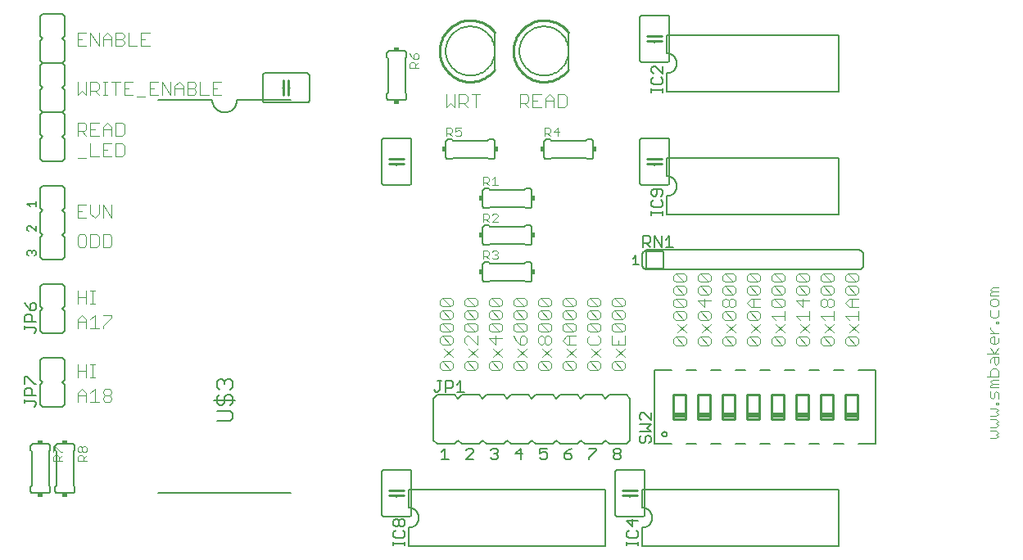
<source format=gto>
G75*
%MOIN*%
%OFA0B0*%
%FSLAX24Y24*%
%IPPOS*%
%LPD*%
%AMOC8*
5,1,8,0,0,1.08239X$1,22.5*
%
%ADD10C,0.0040*%
%ADD11C,0.0060*%
%ADD12C,0.0100*%
%ADD13C,0.0080*%
%ADD14C,0.0050*%
%ADD15R,0.0150X0.0200*%
%ADD16R,0.0200X0.0150*%
D10*
X002710Y009702D02*
X002710Y009877D01*
X002768Y009935D01*
X002885Y009935D01*
X002943Y009877D01*
X002943Y009702D01*
X002943Y009819D02*
X003060Y009935D01*
X003060Y010061D02*
X003002Y010061D01*
X002768Y010294D01*
X002710Y010294D01*
X002710Y010061D01*
X002710Y009702D02*
X003060Y009702D01*
X003710Y009702D02*
X003710Y009877D01*
X003768Y009935D01*
X003885Y009935D01*
X003943Y009877D01*
X003943Y009702D01*
X003943Y009819D02*
X004060Y009935D01*
X004002Y010061D02*
X003943Y010061D01*
X003885Y010119D01*
X003885Y010236D01*
X003943Y010294D01*
X004002Y010294D01*
X004060Y010236D01*
X004060Y010119D01*
X004002Y010061D01*
X003885Y010119D02*
X003826Y010061D01*
X003768Y010061D01*
X003710Y010119D01*
X003710Y010236D01*
X003768Y010294D01*
X003826Y010294D01*
X003885Y010236D01*
X004060Y009702D02*
X003710Y009702D01*
X003700Y012120D02*
X003700Y012467D01*
X003873Y012640D01*
X004047Y012467D01*
X004047Y012120D01*
X004216Y012120D02*
X004563Y012120D01*
X004389Y012120D02*
X004389Y012640D01*
X004216Y012467D01*
X004047Y012380D02*
X003700Y012380D01*
X003700Y013120D02*
X003700Y013640D01*
X003700Y013380D02*
X004047Y013380D01*
X004047Y013640D02*
X004047Y013120D01*
X004216Y013120D02*
X004389Y013120D01*
X004302Y013120D02*
X004302Y013640D01*
X004216Y013640D02*
X004389Y013640D01*
X004818Y012640D02*
X004992Y012640D01*
X005078Y012554D01*
X005078Y012467D01*
X004992Y012380D01*
X004818Y012380D01*
X004731Y012467D01*
X004731Y012554D01*
X004818Y012640D01*
X004818Y012380D02*
X004731Y012293D01*
X004731Y012207D01*
X004818Y012120D01*
X004992Y012120D01*
X005078Y012207D01*
X005078Y012293D01*
X004992Y012380D01*
X004731Y015120D02*
X004731Y015207D01*
X005078Y015554D01*
X005078Y015640D01*
X004731Y015640D01*
X004389Y015640D02*
X004389Y015120D01*
X004216Y015120D02*
X004563Y015120D01*
X004216Y015467D02*
X004389Y015640D01*
X004047Y015467D02*
X004047Y015120D01*
X004047Y015380D02*
X003700Y015380D01*
X003700Y015467D02*
X003700Y015120D01*
X003700Y015467D02*
X003873Y015640D01*
X004047Y015467D01*
X004047Y016120D02*
X004047Y016640D01*
X004216Y016640D02*
X004389Y016640D01*
X004302Y016640D02*
X004302Y016120D01*
X004216Y016120D02*
X004389Y016120D01*
X004047Y016380D02*
X003700Y016380D01*
X003700Y016120D02*
X003700Y016640D01*
X003787Y018420D02*
X003960Y018420D01*
X004047Y018507D01*
X004047Y018854D01*
X003960Y018940D01*
X003787Y018940D01*
X003700Y018854D01*
X003700Y018507D01*
X003787Y018420D01*
X004216Y018420D02*
X004476Y018420D01*
X004563Y018507D01*
X004563Y018854D01*
X004476Y018940D01*
X004216Y018940D01*
X004216Y018420D01*
X004731Y018420D02*
X004731Y018940D01*
X004992Y018940D01*
X005078Y018854D01*
X005078Y018507D01*
X004992Y018420D01*
X004731Y018420D01*
X004731Y019620D02*
X004731Y020140D01*
X005078Y019620D01*
X005078Y020140D01*
X004563Y020140D02*
X004563Y019793D01*
X004389Y019620D01*
X004216Y019793D01*
X004216Y020140D01*
X004047Y020140D02*
X003700Y020140D01*
X003700Y019620D01*
X004047Y019620D01*
X003873Y019880D02*
X003700Y019880D01*
X003700Y022033D02*
X004047Y022033D01*
X004216Y022120D02*
X004563Y022120D01*
X004731Y022120D02*
X005078Y022120D01*
X005247Y022120D02*
X005507Y022120D01*
X005594Y022207D01*
X005594Y022554D01*
X005507Y022640D01*
X005247Y022640D01*
X005247Y022120D01*
X004905Y022380D02*
X004731Y022380D01*
X004731Y022640D02*
X004731Y022120D01*
X004216Y022120D02*
X004216Y022640D01*
X004216Y022960D02*
X004563Y022960D01*
X004731Y022960D02*
X004731Y023307D01*
X004905Y023480D01*
X005078Y023307D01*
X005078Y022960D01*
X005247Y022960D02*
X005247Y023480D01*
X005507Y023480D01*
X005594Y023394D01*
X005594Y023047D01*
X005507Y022960D01*
X005247Y022960D01*
X005078Y023220D02*
X004731Y023220D01*
X004563Y023480D02*
X004216Y023480D01*
X004216Y022960D01*
X004047Y022960D02*
X003873Y023133D01*
X003960Y023133D02*
X003700Y023133D01*
X003700Y022960D02*
X003700Y023480D01*
X003960Y023480D01*
X004047Y023394D01*
X004047Y023220D01*
X003960Y023133D01*
X004216Y023220D02*
X004389Y023220D01*
X004731Y022640D02*
X005078Y022640D01*
X005249Y024620D02*
X005249Y025140D01*
X005422Y025140D02*
X005075Y025140D01*
X004905Y025140D02*
X004731Y025140D01*
X004818Y025140D02*
X004818Y024620D01*
X004731Y024620D02*
X004905Y024620D01*
X004563Y024620D02*
X004389Y024793D01*
X004476Y024793D02*
X004216Y024793D01*
X004216Y024620D02*
X004216Y025140D01*
X004476Y025140D01*
X004563Y025054D01*
X004563Y024880D01*
X004476Y024793D01*
X004047Y024620D02*
X004047Y025140D01*
X003700Y025140D02*
X003700Y024620D01*
X003873Y024793D01*
X004047Y024620D01*
X005591Y024620D02*
X005938Y024620D01*
X006106Y024533D02*
X006453Y024533D01*
X006622Y024620D02*
X006969Y024620D01*
X007138Y024620D02*
X007138Y025140D01*
X007485Y024620D01*
X007485Y025140D01*
X007653Y024967D02*
X007827Y025140D01*
X008000Y024967D01*
X008000Y024620D01*
X008169Y024620D02*
X008169Y025140D01*
X008429Y025140D01*
X008516Y025054D01*
X008516Y024967D01*
X008429Y024880D01*
X008169Y024880D01*
X008000Y024880D02*
X007653Y024880D01*
X007653Y024967D02*
X007653Y024620D01*
X006969Y025140D02*
X006622Y025140D01*
X006622Y024620D01*
X006622Y024880D02*
X006795Y024880D01*
X005938Y025140D02*
X005591Y025140D01*
X005591Y024620D01*
X005591Y024880D02*
X005764Y024880D01*
X005763Y026620D02*
X006110Y026620D01*
X006278Y026620D02*
X006625Y026620D01*
X006452Y026880D02*
X006278Y026880D01*
X006278Y027140D02*
X006278Y026620D01*
X005763Y026620D02*
X005763Y027140D01*
X005594Y027054D02*
X005594Y026967D01*
X005507Y026880D01*
X005247Y026880D01*
X005078Y026880D02*
X004731Y026880D01*
X004731Y026967D02*
X004905Y027140D01*
X005078Y026967D01*
X005078Y026620D01*
X005247Y026620D02*
X005247Y027140D01*
X005507Y027140D01*
X005594Y027054D01*
X005507Y026880D02*
X005594Y026793D01*
X005594Y026707D01*
X005507Y026620D01*
X005247Y026620D01*
X004731Y026620D02*
X004731Y026967D01*
X004563Y027140D02*
X004563Y026620D01*
X004216Y027140D01*
X004216Y026620D01*
X004047Y026620D02*
X003700Y026620D01*
X003700Y027140D01*
X004047Y027140D01*
X003873Y026880D02*
X003700Y026880D01*
X006278Y027140D02*
X006625Y027140D01*
X008685Y025140D02*
X008685Y024620D01*
X009031Y024620D01*
X009200Y024620D02*
X009547Y024620D01*
X009374Y024880D02*
X009200Y024880D01*
X009200Y025140D02*
X009200Y024620D01*
X009200Y025140D02*
X009547Y025140D01*
X008516Y024793D02*
X008516Y024707D01*
X008429Y024620D01*
X008169Y024620D01*
X008429Y024880D02*
X008516Y024793D01*
X017210Y025702D02*
X017210Y025877D01*
X017268Y025935D01*
X017385Y025935D01*
X017443Y025877D01*
X017443Y025702D01*
X017443Y025819D02*
X017560Y025935D01*
X017502Y026061D02*
X017560Y026119D01*
X017560Y026236D01*
X017502Y026294D01*
X017443Y026294D01*
X017385Y026236D01*
X017385Y026061D01*
X017502Y026061D01*
X017385Y026061D02*
X017268Y026178D01*
X017210Y026294D01*
X017210Y025702D02*
X017560Y025702D01*
X018700Y024640D02*
X018700Y024120D01*
X018873Y024293D01*
X019047Y024120D01*
X019047Y024640D01*
X019216Y024640D02*
X019476Y024640D01*
X019563Y024554D01*
X019563Y024380D01*
X019476Y024293D01*
X019216Y024293D01*
X019216Y024120D02*
X019216Y024640D01*
X019389Y024293D02*
X019563Y024120D01*
X019905Y024120D02*
X019905Y024640D01*
X020078Y024640D02*
X019731Y024640D01*
X019293Y023280D02*
X019059Y023280D01*
X019059Y023105D01*
X019176Y023164D01*
X019234Y023164D01*
X019293Y023105D01*
X019293Y022988D01*
X019234Y022930D01*
X019117Y022930D01*
X019059Y022988D01*
X018934Y022930D02*
X018817Y023047D01*
X018875Y023047D02*
X018700Y023047D01*
X018700Y022930D02*
X018700Y023280D01*
X018875Y023280D01*
X018934Y023222D01*
X018934Y023105D01*
X018875Y023047D01*
X020200Y021280D02*
X020375Y021280D01*
X020434Y021222D01*
X020434Y021105D01*
X020375Y021047D01*
X020200Y021047D01*
X020317Y021047D02*
X020434Y020930D01*
X020559Y020930D02*
X020793Y020930D01*
X020676Y020930D02*
X020676Y021280D01*
X020559Y021164D01*
X020200Y021280D02*
X020200Y020930D01*
X020200Y019780D02*
X020375Y019780D01*
X020434Y019722D01*
X020434Y019605D01*
X020375Y019547D01*
X020200Y019547D01*
X020317Y019547D02*
X020434Y019430D01*
X020559Y019430D02*
X020793Y019664D01*
X020793Y019722D01*
X020734Y019780D01*
X020617Y019780D01*
X020559Y019722D01*
X020559Y019430D02*
X020793Y019430D01*
X020200Y019430D02*
X020200Y019780D01*
X020200Y018280D02*
X020375Y018280D01*
X020434Y018222D01*
X020434Y018105D01*
X020375Y018047D01*
X020200Y018047D01*
X020317Y018047D02*
X020434Y017930D01*
X020559Y017988D02*
X020617Y017930D01*
X020734Y017930D01*
X020793Y017988D01*
X020793Y018047D01*
X020734Y018105D01*
X020676Y018105D01*
X020734Y018105D02*
X020793Y018164D01*
X020793Y018222D01*
X020734Y018280D01*
X020617Y018280D01*
X020559Y018222D01*
X020200Y018280D02*
X020200Y017930D01*
X020526Y016345D02*
X020873Y015998D01*
X020960Y016085D01*
X020960Y016258D01*
X020873Y016345D01*
X020526Y016345D01*
X020440Y016258D01*
X020440Y016085D01*
X020526Y015998D01*
X020873Y015998D01*
X020873Y015830D02*
X020960Y015743D01*
X020960Y015569D01*
X020873Y015483D01*
X020526Y015830D01*
X020873Y015830D01*
X020526Y015830D02*
X020440Y015743D01*
X020440Y015569D01*
X020526Y015483D01*
X020873Y015483D01*
X020873Y015314D02*
X020526Y015314D01*
X020873Y014967D01*
X020960Y015054D01*
X020960Y015227D01*
X020873Y015314D01*
X020526Y015314D02*
X020440Y015227D01*
X020440Y015054D01*
X020526Y014967D01*
X020873Y014967D01*
X020700Y014798D02*
X020700Y014451D01*
X020440Y014712D01*
X020960Y014712D01*
X020960Y014283D02*
X020613Y013936D01*
X020526Y013767D02*
X020873Y013767D01*
X020960Y013680D01*
X020960Y013507D01*
X020873Y013420D01*
X020526Y013767D01*
X020440Y013680D01*
X020440Y013507D01*
X020526Y013420D01*
X020873Y013420D01*
X020960Y013936D02*
X020613Y014283D01*
X019960Y014283D02*
X019613Y013936D01*
X019526Y013767D02*
X019873Y013420D01*
X019960Y013507D01*
X019960Y013680D01*
X019873Y013767D01*
X019526Y013767D01*
X019440Y013680D01*
X019440Y013507D01*
X019526Y013420D01*
X019873Y013420D01*
X019960Y013936D02*
X019613Y014283D01*
X019526Y014451D02*
X019440Y014538D01*
X019440Y014712D01*
X019526Y014798D01*
X019613Y014798D01*
X019960Y014451D01*
X019960Y014798D01*
X019873Y014967D02*
X019526Y015314D01*
X019873Y015314D01*
X019960Y015227D01*
X019960Y015054D01*
X019873Y014967D01*
X019526Y014967D01*
X019440Y015054D01*
X019440Y015227D01*
X019526Y015314D01*
X019526Y015483D02*
X019440Y015569D01*
X019440Y015743D01*
X019526Y015830D01*
X019873Y015483D01*
X019960Y015569D01*
X019960Y015743D01*
X019873Y015830D01*
X019526Y015830D01*
X019526Y015998D02*
X019440Y016085D01*
X019440Y016258D01*
X019526Y016345D01*
X019873Y015998D01*
X019960Y016085D01*
X019960Y016258D01*
X019873Y016345D01*
X019526Y016345D01*
X019526Y015998D02*
X019873Y015998D01*
X019873Y015483D02*
X019526Y015483D01*
X018960Y015569D02*
X018873Y015483D01*
X018526Y015830D01*
X018873Y015830D01*
X018960Y015743D01*
X018960Y015569D01*
X018873Y015483D02*
X018526Y015483D01*
X018440Y015569D01*
X018440Y015743D01*
X018526Y015830D01*
X018526Y015998D02*
X018440Y016085D01*
X018440Y016258D01*
X018526Y016345D01*
X018873Y015998D01*
X018960Y016085D01*
X018960Y016258D01*
X018873Y016345D01*
X018526Y016345D01*
X018526Y015998D02*
X018873Y015998D01*
X018873Y015314D02*
X018526Y015314D01*
X018873Y014967D01*
X018960Y015054D01*
X018960Y015227D01*
X018873Y015314D01*
X018526Y015314D02*
X018440Y015227D01*
X018440Y015054D01*
X018526Y014967D01*
X018873Y014967D01*
X018873Y014798D02*
X018960Y014712D01*
X018960Y014538D01*
X018873Y014451D01*
X018526Y014798D01*
X018873Y014798D01*
X018526Y014798D02*
X018440Y014712D01*
X018440Y014538D01*
X018526Y014451D01*
X018873Y014451D01*
X018960Y014283D02*
X018613Y013936D01*
X018526Y013767D02*
X018873Y013420D01*
X018960Y013507D01*
X018960Y013680D01*
X018873Y013767D01*
X018526Y013767D01*
X018440Y013680D01*
X018440Y013507D01*
X018526Y013420D01*
X018873Y013420D01*
X018960Y013936D02*
X018613Y014283D01*
X021440Y014798D02*
X021526Y014625D01*
X021700Y014451D01*
X021700Y014712D01*
X021787Y014798D01*
X021873Y014798D01*
X021960Y014712D01*
X021960Y014538D01*
X021873Y014451D01*
X021700Y014451D01*
X021613Y014283D02*
X021960Y013936D01*
X021873Y013767D02*
X021960Y013680D01*
X021960Y013507D01*
X021873Y013420D01*
X021526Y013767D01*
X021873Y013767D01*
X021613Y013936D02*
X021960Y014283D01*
X022440Y014538D02*
X022440Y014712D01*
X022526Y014798D01*
X022613Y014798D01*
X022700Y014712D01*
X022700Y014538D01*
X022613Y014451D01*
X022526Y014451D01*
X022440Y014538D01*
X022700Y014538D02*
X022787Y014451D01*
X022873Y014451D01*
X022960Y014538D01*
X022960Y014712D01*
X022873Y014798D01*
X022787Y014798D01*
X022700Y014712D01*
X022873Y014967D02*
X022526Y014967D01*
X022440Y015054D01*
X022440Y015227D01*
X022526Y015314D01*
X022873Y014967D01*
X022960Y015054D01*
X022960Y015227D01*
X022873Y015314D01*
X022526Y015314D01*
X022526Y015483D02*
X022440Y015569D01*
X022440Y015743D01*
X022526Y015830D01*
X022873Y015483D01*
X022960Y015569D01*
X022960Y015743D01*
X022873Y015830D01*
X022526Y015830D01*
X022526Y015998D02*
X022440Y016085D01*
X022440Y016258D01*
X022526Y016345D01*
X022873Y015998D01*
X022960Y016085D01*
X022960Y016258D01*
X022873Y016345D01*
X022526Y016345D01*
X022526Y015998D02*
X022873Y015998D01*
X022873Y015483D02*
X022526Y015483D01*
X021960Y015569D02*
X021873Y015483D01*
X021526Y015830D01*
X021873Y015830D01*
X021960Y015743D01*
X021960Y015569D01*
X021873Y015483D02*
X021526Y015483D01*
X021440Y015569D01*
X021440Y015743D01*
X021526Y015830D01*
X021526Y015998D02*
X021440Y016085D01*
X021440Y016258D01*
X021526Y016345D01*
X021873Y015998D01*
X021960Y016085D01*
X021960Y016258D01*
X021873Y016345D01*
X021526Y016345D01*
X021526Y015998D02*
X021873Y015998D01*
X021873Y015314D02*
X021526Y015314D01*
X021873Y014967D01*
X021960Y015054D01*
X021960Y015227D01*
X021873Y015314D01*
X021526Y015314D02*
X021440Y015227D01*
X021440Y015054D01*
X021526Y014967D01*
X021873Y014967D01*
X022613Y014283D02*
X022960Y013936D01*
X022873Y013767D02*
X022960Y013680D01*
X022960Y013507D01*
X022873Y013420D01*
X022526Y013767D01*
X022873Y013767D01*
X022613Y013936D02*
X022960Y014283D01*
X023440Y014625D02*
X023613Y014798D01*
X023960Y014798D01*
X023873Y014967D02*
X023526Y015314D01*
X023873Y015314D01*
X023960Y015227D01*
X023960Y015054D01*
X023873Y014967D01*
X023526Y014967D01*
X023440Y015054D01*
X023440Y015227D01*
X023526Y015314D01*
X023526Y015483D02*
X023440Y015569D01*
X023440Y015743D01*
X023526Y015830D01*
X023873Y015483D01*
X023960Y015569D01*
X023960Y015743D01*
X023873Y015830D01*
X023526Y015830D01*
X023526Y015998D02*
X023440Y016085D01*
X023440Y016258D01*
X023526Y016345D01*
X023873Y015998D01*
X023960Y016085D01*
X023960Y016258D01*
X023873Y016345D01*
X023526Y016345D01*
X023526Y015998D02*
X023873Y015998D01*
X023873Y015483D02*
X023526Y015483D01*
X023700Y014798D02*
X023700Y014451D01*
X023613Y014451D02*
X023440Y014625D01*
X023613Y014451D02*
X023960Y014451D01*
X023960Y014283D02*
X023613Y013936D01*
X023526Y013767D02*
X023873Y013767D01*
X023960Y013680D01*
X023960Y013507D01*
X023873Y013420D01*
X023526Y013767D01*
X023440Y013680D01*
X023440Y013507D01*
X023526Y013420D01*
X023873Y013420D01*
X023960Y013936D02*
X023613Y014283D01*
X024440Y014538D02*
X024526Y014451D01*
X024873Y014451D01*
X024960Y014538D01*
X024960Y014712D01*
X024873Y014798D01*
X024873Y014967D02*
X024526Y015314D01*
X024873Y015314D01*
X024960Y015227D01*
X024960Y015054D01*
X024873Y014967D01*
X024526Y014967D01*
X024440Y015054D01*
X024440Y015227D01*
X024526Y015314D01*
X024526Y015483D02*
X024440Y015569D01*
X024440Y015743D01*
X024526Y015830D01*
X024873Y015483D01*
X024960Y015569D01*
X024960Y015743D01*
X024873Y015830D01*
X024526Y015830D01*
X024526Y015998D02*
X024440Y016085D01*
X024440Y016258D01*
X024526Y016345D01*
X024873Y015998D01*
X024960Y016085D01*
X024960Y016258D01*
X024873Y016345D01*
X024526Y016345D01*
X024526Y015998D02*
X024873Y015998D01*
X024873Y015483D02*
X024526Y015483D01*
X024526Y014798D02*
X024440Y014712D01*
X024440Y014538D01*
X024613Y014283D02*
X024960Y013936D01*
X024873Y013767D02*
X024960Y013680D01*
X024960Y013507D01*
X024873Y013420D01*
X024526Y013767D01*
X024873Y013767D01*
X024613Y013936D02*
X024960Y014283D01*
X025440Y014451D02*
X025960Y014451D01*
X025960Y014798D01*
X025873Y014967D02*
X025526Y015314D01*
X025873Y015314D01*
X025960Y015227D01*
X025960Y015054D01*
X025873Y014967D01*
X025526Y014967D01*
X025440Y015054D01*
X025440Y015227D01*
X025526Y015314D01*
X025526Y015483D02*
X025440Y015569D01*
X025440Y015743D01*
X025526Y015830D01*
X025873Y015483D01*
X025960Y015569D01*
X025960Y015743D01*
X025873Y015830D01*
X025526Y015830D01*
X025526Y015998D02*
X025440Y016085D01*
X025440Y016258D01*
X025526Y016345D01*
X025873Y015998D01*
X025960Y016085D01*
X025960Y016258D01*
X025873Y016345D01*
X025526Y016345D01*
X025526Y015998D02*
X025873Y015998D01*
X025873Y015483D02*
X025526Y015483D01*
X025440Y014798D02*
X025440Y014451D01*
X025613Y014283D02*
X025960Y013936D01*
X025873Y013767D02*
X025960Y013680D01*
X025960Y013507D01*
X025873Y013420D01*
X025526Y013767D01*
X025873Y013767D01*
X025613Y013936D02*
X025960Y014283D01*
X025700Y014451D02*
X025700Y014625D01*
X025526Y013767D02*
X025440Y013680D01*
X025440Y013507D01*
X025526Y013420D01*
X025873Y013420D01*
X024873Y013420D02*
X024526Y013420D01*
X024440Y013507D01*
X024440Y013680D01*
X024526Y013767D01*
X022873Y013420D02*
X022526Y013420D01*
X022440Y013507D01*
X022440Y013680D01*
X022526Y013767D01*
X021873Y013420D02*
X021526Y013420D01*
X021440Y013507D01*
X021440Y013680D01*
X021526Y013767D01*
X027940Y014507D02*
X028026Y014420D01*
X028373Y014420D01*
X028026Y014767D01*
X028373Y014767D01*
X028460Y014680D01*
X028460Y014507D01*
X028373Y014420D01*
X027940Y014507D02*
X027940Y014680D01*
X028026Y014767D01*
X028113Y014936D02*
X028460Y015283D01*
X028373Y015451D02*
X028026Y015451D01*
X027940Y015538D01*
X027940Y015712D01*
X028026Y015798D01*
X028373Y015451D01*
X028460Y015538D01*
X028460Y015712D01*
X028373Y015798D01*
X028026Y015798D01*
X028026Y015967D02*
X027940Y016054D01*
X027940Y016227D01*
X028026Y016314D01*
X028373Y015967D01*
X028460Y016054D01*
X028460Y016227D01*
X028373Y016314D01*
X028026Y016314D01*
X028026Y016483D02*
X027940Y016569D01*
X027940Y016743D01*
X028026Y016830D01*
X028373Y016483D01*
X028460Y016569D01*
X028460Y016743D01*
X028373Y016830D01*
X028026Y016830D01*
X028026Y016998D02*
X027940Y017085D01*
X027940Y017258D01*
X028026Y017345D01*
X028373Y016998D01*
X028460Y017085D01*
X028460Y017258D01*
X028373Y017345D01*
X028026Y017345D01*
X028026Y016998D02*
X028373Y016998D01*
X028373Y016483D02*
X028026Y016483D01*
X028026Y015967D02*
X028373Y015967D01*
X028940Y015712D02*
X029026Y015798D01*
X029373Y015451D01*
X029460Y015538D01*
X029460Y015712D01*
X029373Y015798D01*
X029026Y015798D01*
X028940Y015712D02*
X028940Y015538D01*
X029026Y015451D01*
X029373Y015451D01*
X029460Y015283D02*
X029113Y014936D01*
X029026Y014767D02*
X029373Y014420D01*
X029460Y014507D01*
X029460Y014680D01*
X029373Y014767D01*
X029026Y014767D01*
X028940Y014680D01*
X028940Y014507D01*
X029026Y014420D01*
X029373Y014420D01*
X029940Y014507D02*
X029940Y014680D01*
X030026Y014767D01*
X030373Y014420D01*
X030460Y014507D01*
X030460Y014680D01*
X030373Y014767D01*
X030026Y014767D01*
X030113Y014936D02*
X030460Y015283D01*
X030373Y015451D02*
X030026Y015798D01*
X030373Y015798D01*
X030460Y015712D01*
X030460Y015538D01*
X030373Y015451D01*
X030026Y015451D01*
X029940Y015538D01*
X029940Y015712D01*
X030026Y015798D01*
X030026Y015967D02*
X030113Y015967D01*
X030200Y016054D01*
X030200Y016227D01*
X030287Y016314D01*
X030373Y016314D01*
X030460Y016227D01*
X030460Y016054D01*
X030373Y015967D01*
X030287Y015967D01*
X030200Y016054D01*
X030200Y016227D02*
X030113Y016314D01*
X030026Y016314D01*
X029940Y016227D01*
X029940Y016054D01*
X030026Y015967D01*
X030026Y016483D02*
X029940Y016569D01*
X029940Y016743D01*
X030026Y016830D01*
X030373Y016483D01*
X030460Y016569D01*
X030460Y016743D01*
X030373Y016830D01*
X030026Y016830D01*
X030026Y016998D02*
X029940Y017085D01*
X029940Y017258D01*
X030026Y017345D01*
X030373Y016998D01*
X030460Y017085D01*
X030460Y017258D01*
X030373Y017345D01*
X030026Y017345D01*
X030026Y016998D02*
X030373Y016998D01*
X030373Y016483D02*
X030026Y016483D01*
X029460Y016569D02*
X029373Y016483D01*
X029026Y016830D01*
X029373Y016830D01*
X029460Y016743D01*
X029460Y016569D01*
X029373Y016483D02*
X029026Y016483D01*
X028940Y016569D01*
X028940Y016743D01*
X029026Y016830D01*
X029026Y016998D02*
X028940Y017085D01*
X028940Y017258D01*
X029026Y017345D01*
X029373Y016998D01*
X029460Y017085D01*
X029460Y017258D01*
X029373Y017345D01*
X029026Y017345D01*
X029026Y016998D02*
X029373Y016998D01*
X029200Y016314D02*
X029200Y015967D01*
X028940Y016227D01*
X029460Y016227D01*
X029113Y015283D02*
X029460Y014936D01*
X029940Y014507D02*
X030026Y014420D01*
X030373Y014420D01*
X030460Y014936D02*
X030113Y015283D01*
X030940Y015538D02*
X030940Y015712D01*
X031026Y015798D01*
X031373Y015451D01*
X031460Y015538D01*
X031460Y015712D01*
X031373Y015798D01*
X031026Y015798D01*
X031113Y015967D02*
X030940Y016140D01*
X031113Y016314D01*
X031460Y016314D01*
X031373Y016483D02*
X031026Y016483D01*
X030940Y016569D01*
X030940Y016743D01*
X031026Y016830D01*
X031373Y016483D01*
X031460Y016569D01*
X031460Y016743D01*
X031373Y016830D01*
X031026Y016830D01*
X031026Y016998D02*
X030940Y017085D01*
X030940Y017258D01*
X031026Y017345D01*
X031373Y016998D01*
X031460Y017085D01*
X031460Y017258D01*
X031373Y017345D01*
X031026Y017345D01*
X031026Y016998D02*
X031373Y016998D01*
X031940Y017085D02*
X031940Y017258D01*
X032026Y017345D01*
X032373Y016998D01*
X032460Y017085D01*
X032460Y017258D01*
X032373Y017345D01*
X032026Y017345D01*
X031940Y017085D02*
X032026Y016998D01*
X032373Y016998D01*
X032373Y016830D02*
X032460Y016743D01*
X032460Y016569D01*
X032373Y016483D01*
X032026Y016830D01*
X032373Y016830D01*
X032026Y016830D02*
X031940Y016743D01*
X031940Y016569D01*
X032026Y016483D01*
X032373Y016483D01*
X032373Y016314D02*
X032026Y016314D01*
X032373Y015967D01*
X032460Y016054D01*
X032460Y016227D01*
X032373Y016314D01*
X032026Y016314D02*
X031940Y016227D01*
X031940Y016054D01*
X032026Y015967D01*
X032373Y015967D01*
X032460Y015798D02*
X032460Y015451D01*
X032460Y015283D02*
X032113Y014936D01*
X032026Y014767D02*
X032373Y014420D01*
X032460Y014507D01*
X032460Y014680D01*
X032373Y014767D01*
X032026Y014767D01*
X031940Y014680D01*
X031940Y014507D01*
X032026Y014420D01*
X032373Y014420D01*
X032940Y014507D02*
X032940Y014680D01*
X033026Y014767D01*
X033373Y014420D01*
X033460Y014507D01*
X033460Y014680D01*
X033373Y014767D01*
X033026Y014767D01*
X033113Y014936D02*
X033460Y015283D01*
X033460Y015451D02*
X033460Y015798D01*
X033460Y015625D02*
X032940Y015625D01*
X033113Y015451D01*
X033113Y015283D02*
X033460Y014936D01*
X033940Y014680D02*
X034026Y014767D01*
X034373Y014420D01*
X034460Y014507D01*
X034460Y014680D01*
X034373Y014767D01*
X034026Y014767D01*
X033940Y014680D02*
X033940Y014507D01*
X034026Y014420D01*
X034373Y014420D01*
X034940Y014507D02*
X034940Y014680D01*
X035026Y014767D01*
X035373Y014420D01*
X035460Y014507D01*
X035460Y014680D01*
X035373Y014767D01*
X035026Y014767D01*
X035113Y014936D02*
X035460Y015283D01*
X035460Y015451D02*
X035460Y015798D01*
X035460Y015967D02*
X035113Y015967D01*
X034940Y016140D01*
X035113Y016314D01*
X035460Y016314D01*
X035373Y016483D02*
X035026Y016483D01*
X034940Y016569D01*
X034940Y016743D01*
X035026Y016830D01*
X035373Y016483D01*
X035460Y016569D01*
X035460Y016743D01*
X035373Y016830D01*
X035026Y016830D01*
X035026Y016998D02*
X034940Y017085D01*
X034940Y017258D01*
X035026Y017345D01*
X035373Y016998D01*
X035460Y017085D01*
X035460Y017258D01*
X035373Y017345D01*
X035026Y017345D01*
X035026Y016998D02*
X035373Y016998D01*
X035200Y016314D02*
X035200Y015967D01*
X034940Y015625D02*
X035460Y015625D01*
X035113Y015451D02*
X034940Y015625D01*
X035113Y015283D02*
X035460Y014936D01*
X035026Y014420D02*
X034940Y014507D01*
X035026Y014420D02*
X035373Y014420D01*
X034460Y014936D02*
X034113Y015283D01*
X034113Y015451D02*
X033940Y015625D01*
X034460Y015625D01*
X034460Y015798D02*
X034460Y015451D01*
X034460Y015283D02*
X034113Y014936D01*
X033373Y014420D02*
X033026Y014420D01*
X032940Y014507D01*
X032460Y014936D02*
X032113Y015283D01*
X032113Y015451D02*
X031940Y015625D01*
X032460Y015625D01*
X032940Y016227D02*
X033200Y015967D01*
X033200Y016314D01*
X033373Y016483D02*
X033026Y016830D01*
X033373Y016830D01*
X033460Y016743D01*
X033460Y016569D01*
X033373Y016483D01*
X033026Y016483D01*
X032940Y016569D01*
X032940Y016743D01*
X033026Y016830D01*
X033026Y016998D02*
X032940Y017085D01*
X032940Y017258D01*
X033026Y017345D01*
X033373Y016998D01*
X033460Y017085D01*
X033460Y017258D01*
X033373Y017345D01*
X033026Y017345D01*
X033026Y016998D02*
X033373Y016998D01*
X033940Y017085D02*
X033940Y017258D01*
X034026Y017345D01*
X034373Y016998D01*
X034460Y017085D01*
X034460Y017258D01*
X034373Y017345D01*
X034026Y017345D01*
X033940Y017085D02*
X034026Y016998D01*
X034373Y016998D01*
X034373Y016830D02*
X034460Y016743D01*
X034460Y016569D01*
X034373Y016483D01*
X034026Y016830D01*
X034373Y016830D01*
X034026Y016830D02*
X033940Y016743D01*
X033940Y016569D01*
X034026Y016483D01*
X034373Y016483D01*
X034373Y016314D02*
X034287Y016314D01*
X034200Y016227D01*
X034200Y016054D01*
X034113Y015967D01*
X034026Y015967D01*
X033940Y016054D01*
X033940Y016227D01*
X034026Y016314D01*
X034113Y016314D01*
X034200Y016227D01*
X034200Y016054D02*
X034287Y015967D01*
X034373Y015967D01*
X034460Y016054D01*
X034460Y016227D01*
X034373Y016314D01*
X033460Y016227D02*
X032940Y016227D01*
X031460Y015967D02*
X031113Y015967D01*
X031200Y015967D02*
X031200Y016314D01*
X030940Y015538D02*
X031026Y015451D01*
X031373Y015451D01*
X031460Y015283D02*
X031113Y014936D01*
X031026Y014767D02*
X031373Y014420D01*
X031460Y014507D01*
X031460Y014680D01*
X031373Y014767D01*
X031026Y014767D01*
X030940Y014680D01*
X030940Y014507D01*
X031026Y014420D01*
X031373Y014420D01*
X031460Y014936D02*
X031113Y015283D01*
X028460Y014936D02*
X028113Y015283D01*
X023234Y022930D02*
X023234Y023280D01*
X023059Y023105D01*
X023293Y023105D01*
X022934Y023105D02*
X022934Y023222D01*
X022875Y023280D01*
X022700Y023280D01*
X022700Y022930D01*
X022700Y023047D02*
X022875Y023047D01*
X022934Y023105D01*
X022817Y023047D02*
X022934Y022930D01*
X023078Y024120D02*
X023078Y024467D01*
X022905Y024640D01*
X022731Y024467D01*
X022731Y024120D01*
X022563Y024120D02*
X022216Y024120D01*
X022216Y024640D01*
X022563Y024640D01*
X022731Y024380D02*
X023078Y024380D01*
X023247Y024120D02*
X023507Y024120D01*
X023594Y024207D01*
X023594Y024554D01*
X023507Y024640D01*
X023247Y024640D01*
X023247Y024120D01*
X022389Y024380D02*
X022216Y024380D01*
X022047Y024380D02*
X021960Y024293D01*
X021700Y024293D01*
X021700Y024120D02*
X021700Y024640D01*
X021960Y024640D01*
X022047Y024554D01*
X022047Y024380D01*
X021873Y024293D02*
X022047Y024120D01*
X040700Y014081D02*
X041160Y014081D01*
X041007Y014081D02*
X040853Y014311D01*
X040930Y014465D02*
X040853Y014541D01*
X040853Y014695D01*
X040930Y014771D01*
X041007Y014771D01*
X041007Y014465D01*
X041083Y014465D02*
X040930Y014465D01*
X041083Y014465D02*
X041160Y014541D01*
X041160Y014695D01*
X041160Y014925D02*
X040853Y014925D01*
X040853Y015078D02*
X040853Y015155D01*
X040853Y015078D02*
X041007Y014925D01*
X041083Y015309D02*
X041083Y015385D01*
X041160Y015385D01*
X041160Y015309D01*
X041083Y015309D01*
X041083Y015539D02*
X041160Y015616D01*
X041160Y015846D01*
X041083Y015999D02*
X041160Y016076D01*
X041160Y016229D01*
X041083Y016306D01*
X040930Y016306D01*
X040853Y016229D01*
X040853Y016076D01*
X040930Y015999D01*
X041083Y015999D01*
X040853Y015846D02*
X040853Y015616D01*
X040930Y015539D01*
X041083Y015539D01*
X041160Y016460D02*
X040853Y016460D01*
X040853Y016536D01*
X040930Y016613D01*
X040853Y016690D01*
X040930Y016767D01*
X041160Y016767D01*
X041160Y016613D02*
X040930Y016613D01*
X041160Y014311D02*
X041007Y014081D01*
X041007Y013927D02*
X041007Y013697D01*
X041083Y013621D01*
X041160Y013697D01*
X041160Y013927D01*
X040930Y013927D01*
X040853Y013851D01*
X040853Y013697D01*
X040930Y013467D02*
X040853Y013390D01*
X040853Y013160D01*
X040700Y013160D02*
X041160Y013160D01*
X041160Y013390D01*
X041083Y013467D01*
X040930Y013467D01*
X040930Y013007D02*
X041160Y013007D01*
X041160Y012853D02*
X040930Y012853D01*
X040853Y012930D01*
X040930Y013007D01*
X040930Y012853D02*
X040853Y012776D01*
X040853Y012700D01*
X041160Y012700D01*
X041083Y012546D02*
X041160Y012470D01*
X041160Y012239D01*
X041160Y012086D02*
X041160Y012009D01*
X041083Y012009D01*
X041083Y012086D01*
X041160Y012086D01*
X041083Y011856D02*
X040853Y011856D01*
X041083Y011856D02*
X041160Y011779D01*
X041083Y011702D01*
X041160Y011625D01*
X041083Y011549D01*
X040853Y011549D01*
X040853Y011395D02*
X041083Y011395D01*
X041160Y011319D01*
X041083Y011242D01*
X041160Y011165D01*
X041083Y011088D01*
X040853Y011088D01*
X040853Y010935D02*
X041083Y010935D01*
X041160Y010858D01*
X041083Y010781D01*
X041160Y010705D01*
X041083Y010628D01*
X040853Y010628D01*
X040930Y012239D02*
X040853Y012316D01*
X040853Y012546D01*
X041007Y012470D02*
X041007Y012316D01*
X040930Y012239D01*
X041007Y012470D02*
X041083Y012546D01*
D11*
X036180Y013400D02*
X036180Y010400D01*
X035480Y010400D01*
X034880Y010400D02*
X034480Y010400D01*
X033880Y010400D02*
X033480Y010400D01*
X032880Y010400D02*
X032480Y010400D01*
X031880Y010400D02*
X031480Y010400D01*
X030880Y010400D02*
X030480Y010400D01*
X029880Y010400D02*
X029480Y010400D01*
X028880Y010400D02*
X028480Y010400D01*
X027880Y010400D02*
X027180Y010400D01*
X027180Y013400D01*
X027880Y013400D01*
X028480Y013400D02*
X028880Y013400D01*
X029480Y013400D02*
X029880Y013400D01*
X030480Y013400D02*
X030880Y013400D01*
X031480Y013400D02*
X031880Y013400D01*
X032480Y013400D02*
X032880Y013400D01*
X033480Y013400D02*
X033880Y013400D01*
X034480Y013400D02*
X034880Y013400D01*
X035480Y013400D02*
X036180Y013400D01*
X035480Y017500D02*
X026880Y017500D01*
X026830Y017550D02*
X026830Y018250D01*
X027530Y018250D01*
X027530Y017550D01*
X026830Y017550D01*
X026880Y017500D02*
X026854Y017502D01*
X026828Y017507D01*
X026803Y017515D01*
X026780Y017527D01*
X026758Y017541D01*
X026739Y017559D01*
X026721Y017578D01*
X026707Y017600D01*
X026695Y017623D01*
X026687Y017648D01*
X026682Y017674D01*
X026680Y017700D01*
X026680Y018100D01*
X026682Y018126D01*
X026687Y018152D01*
X026695Y018177D01*
X026707Y018200D01*
X026721Y018222D01*
X026739Y018241D01*
X026758Y018259D01*
X026780Y018273D01*
X026803Y018285D01*
X026828Y018293D01*
X026854Y018298D01*
X026880Y018300D01*
X035480Y018300D01*
X035506Y018298D01*
X035532Y018293D01*
X035557Y018285D01*
X035580Y018273D01*
X035602Y018259D01*
X035621Y018241D01*
X035639Y018222D01*
X035653Y018200D01*
X035665Y018177D01*
X035673Y018152D01*
X035678Y018126D01*
X035680Y018100D01*
X035680Y017700D01*
X035678Y017674D01*
X035673Y017648D01*
X035665Y017623D01*
X035653Y017600D01*
X035639Y017578D01*
X035621Y017559D01*
X035602Y017541D01*
X035580Y017527D01*
X035557Y017515D01*
X035532Y017507D01*
X035506Y017502D01*
X035480Y017500D01*
X034680Y019750D02*
X034680Y022050D01*
X027680Y022050D01*
X027680Y021300D01*
X027780Y021050D02*
X027778Y021033D01*
X027774Y021016D01*
X027767Y021000D01*
X027757Y020986D01*
X027744Y020973D01*
X027730Y020963D01*
X027714Y020956D01*
X027697Y020952D01*
X027680Y020950D01*
X026680Y020950D01*
X026663Y020952D01*
X026646Y020956D01*
X026630Y020963D01*
X026616Y020973D01*
X026603Y020986D01*
X026593Y021000D01*
X026586Y021016D01*
X026582Y021033D01*
X026580Y021050D01*
X026580Y022750D01*
X026582Y022767D01*
X026586Y022784D01*
X026593Y022800D01*
X026603Y022814D01*
X026616Y022827D01*
X026630Y022837D01*
X026646Y022844D01*
X026663Y022848D01*
X026680Y022850D01*
X027680Y022850D01*
X027697Y022848D01*
X027714Y022844D01*
X027730Y022837D01*
X027744Y022827D01*
X027757Y022814D01*
X027767Y022800D01*
X027774Y022784D01*
X027778Y022767D01*
X027780Y022750D01*
X027780Y021050D01*
X027680Y021300D02*
X027719Y021298D01*
X027758Y021292D01*
X027796Y021283D01*
X027833Y021270D01*
X027869Y021253D01*
X027902Y021233D01*
X027934Y021209D01*
X027963Y021183D01*
X027989Y021154D01*
X028013Y021122D01*
X028033Y021089D01*
X028050Y021053D01*
X028063Y021016D01*
X028072Y020978D01*
X028078Y020939D01*
X028080Y020900D01*
X028078Y020861D01*
X028072Y020822D01*
X028063Y020784D01*
X028050Y020747D01*
X028033Y020711D01*
X028013Y020678D01*
X027989Y020646D01*
X027963Y020617D01*
X027934Y020591D01*
X027902Y020567D01*
X027869Y020547D01*
X027833Y020530D01*
X027796Y020517D01*
X027758Y020508D01*
X027719Y020502D01*
X027680Y020500D01*
X027680Y019750D01*
X034680Y019750D01*
X034680Y024750D02*
X034680Y027050D01*
X027680Y027050D01*
X027680Y026300D01*
X027780Y026050D02*
X027778Y026033D01*
X027774Y026016D01*
X027767Y026000D01*
X027757Y025986D01*
X027744Y025973D01*
X027730Y025963D01*
X027714Y025956D01*
X027697Y025952D01*
X027680Y025950D01*
X026680Y025950D01*
X026663Y025952D01*
X026646Y025956D01*
X026630Y025963D01*
X026616Y025973D01*
X026603Y025986D01*
X026593Y026000D01*
X026586Y026016D01*
X026582Y026033D01*
X026580Y026050D01*
X026580Y027750D01*
X026582Y027767D01*
X026586Y027784D01*
X026593Y027800D01*
X026603Y027814D01*
X026616Y027827D01*
X026630Y027837D01*
X026646Y027844D01*
X026663Y027848D01*
X026680Y027850D01*
X027680Y027850D01*
X027697Y027848D01*
X027714Y027844D01*
X027730Y027837D01*
X027744Y027827D01*
X027757Y027814D01*
X027767Y027800D01*
X027774Y027784D01*
X027778Y027767D01*
X027780Y027750D01*
X027780Y026050D01*
X027680Y026300D02*
X027719Y026298D01*
X027758Y026292D01*
X027796Y026283D01*
X027833Y026270D01*
X027869Y026253D01*
X027902Y026233D01*
X027934Y026209D01*
X027963Y026183D01*
X027989Y026154D01*
X028013Y026122D01*
X028033Y026089D01*
X028050Y026053D01*
X028063Y026016D01*
X028072Y025978D01*
X028078Y025939D01*
X028080Y025900D01*
X028078Y025861D01*
X028072Y025822D01*
X028063Y025784D01*
X028050Y025747D01*
X028033Y025711D01*
X028013Y025678D01*
X027989Y025646D01*
X027963Y025617D01*
X027934Y025591D01*
X027902Y025567D01*
X027869Y025547D01*
X027833Y025530D01*
X027796Y025517D01*
X027758Y025508D01*
X027719Y025502D01*
X027680Y025500D01*
X027680Y024750D01*
X034680Y024750D01*
X027180Y026750D02*
X027180Y026800D01*
X027180Y027000D02*
X027180Y027050D01*
X021680Y026400D02*
X021682Y026463D01*
X021688Y026525D01*
X021698Y026587D01*
X021711Y026649D01*
X021729Y026709D01*
X021750Y026768D01*
X021775Y026826D01*
X021804Y026882D01*
X021836Y026936D01*
X021871Y026988D01*
X021909Y027037D01*
X021951Y027085D01*
X021995Y027129D01*
X022043Y027171D01*
X022092Y027209D01*
X022144Y027244D01*
X022198Y027276D01*
X022254Y027305D01*
X022312Y027330D01*
X022371Y027351D01*
X022431Y027369D01*
X022493Y027382D01*
X022555Y027392D01*
X022617Y027398D01*
X022680Y027400D01*
X022743Y027398D01*
X022805Y027392D01*
X022867Y027382D01*
X022929Y027369D01*
X022989Y027351D01*
X023048Y027330D01*
X023106Y027305D01*
X023162Y027276D01*
X023216Y027244D01*
X023268Y027209D01*
X023317Y027171D01*
X023365Y027129D01*
X023409Y027085D01*
X023451Y027037D01*
X023489Y026988D01*
X023524Y026936D01*
X023556Y026882D01*
X023585Y026826D01*
X023610Y026768D01*
X023631Y026709D01*
X023649Y026649D01*
X023662Y026587D01*
X023672Y026525D01*
X023678Y026463D01*
X023680Y026400D01*
X023678Y026337D01*
X023672Y026275D01*
X023662Y026213D01*
X023649Y026151D01*
X023631Y026091D01*
X023610Y026032D01*
X023585Y025974D01*
X023556Y025918D01*
X023524Y025864D01*
X023489Y025812D01*
X023451Y025763D01*
X023409Y025715D01*
X023365Y025671D01*
X023317Y025629D01*
X023268Y025591D01*
X023216Y025556D01*
X023162Y025524D01*
X023106Y025495D01*
X023048Y025470D01*
X022989Y025449D01*
X022929Y025431D01*
X022867Y025418D01*
X022805Y025408D01*
X022743Y025402D01*
X022680Y025400D01*
X022617Y025402D01*
X022555Y025408D01*
X022493Y025418D01*
X022431Y025431D01*
X022371Y025449D01*
X022312Y025470D01*
X022254Y025495D01*
X022198Y025524D01*
X022144Y025556D01*
X022092Y025591D01*
X022043Y025629D01*
X021995Y025671D01*
X021951Y025715D01*
X021909Y025763D01*
X021871Y025812D01*
X021836Y025864D01*
X021804Y025918D01*
X021775Y025974D01*
X021750Y026032D01*
X021729Y026091D01*
X021711Y026151D01*
X021698Y026213D01*
X021688Y026275D01*
X021682Y026337D01*
X021680Y026400D01*
X018680Y026400D02*
X018682Y026463D01*
X018688Y026525D01*
X018698Y026587D01*
X018711Y026649D01*
X018729Y026709D01*
X018750Y026768D01*
X018775Y026826D01*
X018804Y026882D01*
X018836Y026936D01*
X018871Y026988D01*
X018909Y027037D01*
X018951Y027085D01*
X018995Y027129D01*
X019043Y027171D01*
X019092Y027209D01*
X019144Y027244D01*
X019198Y027276D01*
X019254Y027305D01*
X019312Y027330D01*
X019371Y027351D01*
X019431Y027369D01*
X019493Y027382D01*
X019555Y027392D01*
X019617Y027398D01*
X019680Y027400D01*
X019743Y027398D01*
X019805Y027392D01*
X019867Y027382D01*
X019929Y027369D01*
X019989Y027351D01*
X020048Y027330D01*
X020106Y027305D01*
X020162Y027276D01*
X020216Y027244D01*
X020268Y027209D01*
X020317Y027171D01*
X020365Y027129D01*
X020409Y027085D01*
X020451Y027037D01*
X020489Y026988D01*
X020524Y026936D01*
X020556Y026882D01*
X020585Y026826D01*
X020610Y026768D01*
X020631Y026709D01*
X020649Y026649D01*
X020662Y026587D01*
X020672Y026525D01*
X020678Y026463D01*
X020680Y026400D01*
X020678Y026337D01*
X020672Y026275D01*
X020662Y026213D01*
X020649Y026151D01*
X020631Y026091D01*
X020610Y026032D01*
X020585Y025974D01*
X020556Y025918D01*
X020524Y025864D01*
X020489Y025812D01*
X020451Y025763D01*
X020409Y025715D01*
X020365Y025671D01*
X020317Y025629D01*
X020268Y025591D01*
X020216Y025556D01*
X020162Y025524D01*
X020106Y025495D01*
X020048Y025470D01*
X019989Y025449D01*
X019929Y025431D01*
X019867Y025418D01*
X019805Y025408D01*
X019743Y025402D01*
X019680Y025400D01*
X019617Y025402D01*
X019555Y025408D01*
X019493Y025418D01*
X019431Y025431D01*
X019371Y025449D01*
X019312Y025470D01*
X019254Y025495D01*
X019198Y025524D01*
X019144Y025556D01*
X019092Y025591D01*
X019043Y025629D01*
X018995Y025671D01*
X018951Y025715D01*
X018909Y025763D01*
X018871Y025812D01*
X018836Y025864D01*
X018804Y025918D01*
X018775Y025974D01*
X018750Y026032D01*
X018729Y026091D01*
X018711Y026151D01*
X018698Y026213D01*
X018688Y026275D01*
X018682Y026337D01*
X018680Y026400D01*
X017080Y026300D02*
X017080Y026150D01*
X017030Y026100D01*
X017030Y024700D01*
X017080Y024650D01*
X017080Y024500D01*
X017078Y024483D01*
X017074Y024466D01*
X017067Y024450D01*
X017057Y024436D01*
X017044Y024423D01*
X017030Y024413D01*
X017014Y024406D01*
X016997Y024402D01*
X016980Y024400D01*
X016380Y024400D01*
X016363Y024402D01*
X016346Y024406D01*
X016330Y024413D01*
X016316Y024423D01*
X016303Y024436D01*
X016293Y024450D01*
X016286Y024466D01*
X016282Y024483D01*
X016280Y024500D01*
X016280Y024650D01*
X016330Y024700D01*
X016330Y026100D01*
X016280Y026150D01*
X016280Y026300D01*
X016282Y026317D01*
X016286Y026334D01*
X016293Y026350D01*
X016303Y026364D01*
X016316Y026377D01*
X016330Y026387D01*
X016346Y026394D01*
X016363Y026398D01*
X016380Y026400D01*
X016980Y026400D01*
X016997Y026398D01*
X017014Y026394D01*
X017030Y026387D01*
X017044Y026377D01*
X017057Y026364D01*
X017067Y026350D01*
X017074Y026334D01*
X017078Y026317D01*
X017080Y026300D01*
X013130Y025400D02*
X013130Y024400D01*
X013128Y024383D01*
X013124Y024366D01*
X013117Y024350D01*
X013107Y024336D01*
X013094Y024323D01*
X013080Y024313D01*
X013064Y024306D01*
X013047Y024302D01*
X013030Y024300D01*
X011330Y024300D01*
X011313Y024302D01*
X011296Y024306D01*
X011280Y024313D01*
X011266Y024323D01*
X011253Y024336D01*
X011243Y024350D01*
X011236Y024366D01*
X011232Y024383D01*
X011230Y024400D01*
X011230Y025400D01*
X011232Y025417D01*
X011236Y025434D01*
X011243Y025450D01*
X011253Y025464D01*
X011266Y025477D01*
X011280Y025487D01*
X011296Y025494D01*
X011313Y025498D01*
X011330Y025500D01*
X013030Y025500D01*
X013047Y025498D01*
X013064Y025494D01*
X013080Y025487D01*
X013094Y025477D01*
X013107Y025464D01*
X013117Y025450D01*
X013124Y025434D01*
X013128Y025417D01*
X013130Y025400D01*
X012330Y024900D02*
X012280Y024900D01*
X012080Y024900D02*
X012030Y024900D01*
X016080Y022750D02*
X016080Y021050D01*
X016082Y021033D01*
X016086Y021016D01*
X016093Y021000D01*
X016103Y020986D01*
X016116Y020973D01*
X016130Y020963D01*
X016146Y020956D01*
X016163Y020952D01*
X016180Y020950D01*
X017180Y020950D01*
X017197Y020952D01*
X017214Y020956D01*
X017230Y020963D01*
X017244Y020973D01*
X017257Y020986D01*
X017267Y021000D01*
X017274Y021016D01*
X017278Y021033D01*
X017280Y021050D01*
X017280Y022750D01*
X017278Y022767D01*
X017274Y022784D01*
X017267Y022800D01*
X017257Y022814D01*
X017244Y022827D01*
X017230Y022837D01*
X017214Y022844D01*
X017197Y022848D01*
X017180Y022850D01*
X016180Y022850D01*
X016163Y022848D01*
X016146Y022844D01*
X016130Y022837D01*
X016116Y022827D01*
X016103Y022814D01*
X016093Y022800D01*
X016086Y022784D01*
X016082Y022767D01*
X016080Y022750D01*
X016680Y022050D02*
X016680Y022000D01*
X016680Y021800D02*
X016680Y021750D01*
X018680Y022100D02*
X018680Y022700D01*
X018682Y022717D01*
X018686Y022734D01*
X018693Y022750D01*
X018703Y022764D01*
X018716Y022777D01*
X018730Y022787D01*
X018746Y022794D01*
X018763Y022798D01*
X018780Y022800D01*
X018930Y022800D01*
X018980Y022750D01*
X020380Y022750D01*
X020430Y022800D01*
X020580Y022800D01*
X020597Y022798D01*
X020614Y022794D01*
X020630Y022787D01*
X020644Y022777D01*
X020657Y022764D01*
X020667Y022750D01*
X020674Y022734D01*
X020678Y022717D01*
X020680Y022700D01*
X020680Y022100D01*
X020678Y022083D01*
X020674Y022066D01*
X020667Y022050D01*
X020657Y022036D01*
X020644Y022023D01*
X020630Y022013D01*
X020614Y022006D01*
X020597Y022002D01*
X020580Y022000D01*
X020430Y022000D01*
X020380Y022050D01*
X018980Y022050D01*
X018930Y022000D01*
X018780Y022000D01*
X018763Y022002D01*
X018746Y022006D01*
X018730Y022013D01*
X018716Y022023D01*
X018703Y022036D01*
X018693Y022050D01*
X018686Y022066D01*
X018682Y022083D01*
X018680Y022100D01*
X020180Y020700D02*
X020180Y020100D01*
X020182Y020083D01*
X020186Y020066D01*
X020193Y020050D01*
X020203Y020036D01*
X020216Y020023D01*
X020230Y020013D01*
X020246Y020006D01*
X020263Y020002D01*
X020280Y020000D01*
X020430Y020000D01*
X020480Y020050D01*
X021880Y020050D01*
X021930Y020000D01*
X022080Y020000D01*
X022097Y020002D01*
X022114Y020006D01*
X022130Y020013D01*
X022144Y020023D01*
X022157Y020036D01*
X022167Y020050D01*
X022174Y020066D01*
X022178Y020083D01*
X022180Y020100D01*
X022180Y020700D01*
X022178Y020717D01*
X022174Y020734D01*
X022167Y020750D01*
X022157Y020764D01*
X022144Y020777D01*
X022130Y020787D01*
X022114Y020794D01*
X022097Y020798D01*
X022080Y020800D01*
X021930Y020800D01*
X021880Y020750D01*
X020480Y020750D01*
X020430Y020800D01*
X020280Y020800D01*
X020263Y020798D01*
X020246Y020794D01*
X020230Y020787D01*
X020216Y020777D01*
X020203Y020764D01*
X020193Y020750D01*
X020186Y020734D01*
X020182Y020717D01*
X020180Y020700D01*
X020280Y019300D02*
X020430Y019300D01*
X020480Y019250D01*
X021880Y019250D01*
X021930Y019300D01*
X022080Y019300D01*
X022097Y019298D01*
X022114Y019294D01*
X022130Y019287D01*
X022144Y019277D01*
X022157Y019264D01*
X022167Y019250D01*
X022174Y019234D01*
X022178Y019217D01*
X022180Y019200D01*
X022180Y018600D01*
X022178Y018583D01*
X022174Y018566D01*
X022167Y018550D01*
X022157Y018536D01*
X022144Y018523D01*
X022130Y018513D01*
X022114Y018506D01*
X022097Y018502D01*
X022080Y018500D01*
X021930Y018500D01*
X021880Y018550D01*
X020480Y018550D01*
X020430Y018500D01*
X020280Y018500D01*
X020263Y018502D01*
X020246Y018506D01*
X020230Y018513D01*
X020216Y018523D01*
X020203Y018536D01*
X020193Y018550D01*
X020186Y018566D01*
X020182Y018583D01*
X020180Y018600D01*
X020180Y019200D01*
X020182Y019217D01*
X020186Y019234D01*
X020193Y019250D01*
X020203Y019264D01*
X020216Y019277D01*
X020230Y019287D01*
X020246Y019294D01*
X020263Y019298D01*
X020280Y019300D01*
X020280Y017800D02*
X020430Y017800D01*
X020480Y017750D01*
X021880Y017750D01*
X021930Y017800D01*
X022080Y017800D01*
X022097Y017798D01*
X022114Y017794D01*
X022130Y017787D01*
X022144Y017777D01*
X022157Y017764D01*
X022167Y017750D01*
X022174Y017734D01*
X022178Y017717D01*
X022180Y017700D01*
X022180Y017100D01*
X022178Y017083D01*
X022174Y017066D01*
X022167Y017050D01*
X022157Y017036D01*
X022144Y017023D01*
X022130Y017013D01*
X022114Y017006D01*
X022097Y017002D01*
X022080Y017000D01*
X021930Y017000D01*
X021880Y017050D01*
X020480Y017050D01*
X020430Y017000D01*
X020280Y017000D01*
X020263Y017002D01*
X020246Y017006D01*
X020230Y017013D01*
X020216Y017023D01*
X020203Y017036D01*
X020193Y017050D01*
X020186Y017066D01*
X020182Y017083D01*
X020180Y017100D01*
X020180Y017700D01*
X020182Y017717D01*
X020186Y017734D01*
X020193Y017750D01*
X020203Y017764D01*
X020216Y017777D01*
X020230Y017787D01*
X020246Y017794D01*
X020263Y017798D01*
X020280Y017800D01*
X022780Y022000D02*
X022930Y022000D01*
X022980Y022050D01*
X024380Y022050D01*
X024430Y022000D01*
X024580Y022000D01*
X024597Y022002D01*
X024614Y022006D01*
X024630Y022013D01*
X024644Y022023D01*
X024657Y022036D01*
X024667Y022050D01*
X024674Y022066D01*
X024678Y022083D01*
X024680Y022100D01*
X024680Y022700D01*
X024678Y022717D01*
X024674Y022734D01*
X024667Y022750D01*
X024657Y022764D01*
X024644Y022777D01*
X024630Y022787D01*
X024614Y022794D01*
X024597Y022798D01*
X024580Y022800D01*
X024430Y022800D01*
X024380Y022750D01*
X022980Y022750D01*
X022930Y022800D01*
X022780Y022800D01*
X022763Y022798D01*
X022746Y022794D01*
X022730Y022787D01*
X022716Y022777D01*
X022703Y022764D01*
X022693Y022750D01*
X022686Y022734D01*
X022682Y022717D01*
X022680Y022700D01*
X022680Y022100D01*
X022682Y022083D01*
X022686Y022066D01*
X022693Y022050D01*
X022703Y022036D01*
X022716Y022023D01*
X022730Y022013D01*
X022746Y022006D01*
X022763Y022002D01*
X022780Y022000D01*
X027180Y022000D02*
X027180Y022050D01*
X027180Y021800D02*
X027180Y021750D01*
X026030Y012400D02*
X025330Y012400D01*
X025180Y012250D01*
X025030Y012400D01*
X024330Y012400D01*
X024180Y012250D01*
X024030Y012400D01*
X023330Y012400D01*
X023180Y012250D01*
X023030Y012400D01*
X022330Y012400D01*
X022180Y012250D01*
X022030Y012400D01*
X021330Y012400D01*
X021180Y012250D01*
X021030Y012400D01*
X020330Y012400D01*
X020180Y012250D01*
X020030Y012400D01*
X019330Y012400D01*
X019180Y012250D01*
X019030Y012400D01*
X018330Y012400D01*
X018180Y012250D01*
X018180Y010550D01*
X018330Y010400D01*
X019030Y010400D01*
X019180Y010550D01*
X019330Y010400D01*
X020030Y010400D01*
X020180Y010550D01*
X020330Y010400D01*
X021030Y010400D01*
X021180Y010550D01*
X021330Y010400D01*
X022030Y010400D01*
X022180Y010550D01*
X022330Y010400D01*
X023030Y010400D01*
X023180Y010550D01*
X023330Y010400D01*
X024030Y010400D01*
X024180Y010550D01*
X024330Y010400D01*
X025030Y010400D01*
X025180Y010550D01*
X025330Y010400D01*
X026030Y010400D01*
X026180Y010550D01*
X026180Y012250D01*
X026030Y012400D01*
X027480Y010800D02*
X027482Y010820D01*
X027488Y010838D01*
X027497Y010856D01*
X027509Y010871D01*
X027524Y010883D01*
X027542Y010892D01*
X027560Y010898D01*
X027580Y010900D01*
X027600Y010898D01*
X027618Y010892D01*
X027636Y010883D01*
X027651Y010871D01*
X027663Y010856D01*
X027672Y010838D01*
X027678Y010820D01*
X027680Y010800D01*
X027678Y010780D01*
X027672Y010762D01*
X027663Y010744D01*
X027651Y010729D01*
X027636Y010717D01*
X027618Y010708D01*
X027600Y010702D01*
X027580Y010700D01*
X027560Y010702D01*
X027542Y010708D01*
X027524Y010717D01*
X027509Y010729D01*
X027497Y010744D01*
X027488Y010762D01*
X027482Y010780D01*
X027480Y010800D01*
X026680Y009350D02*
X025680Y009350D01*
X025663Y009348D01*
X025646Y009344D01*
X025630Y009337D01*
X025616Y009327D01*
X025603Y009314D01*
X025593Y009300D01*
X025586Y009284D01*
X025582Y009267D01*
X025580Y009250D01*
X025580Y007550D01*
X025582Y007533D01*
X025586Y007516D01*
X025593Y007500D01*
X025603Y007486D01*
X025616Y007473D01*
X025630Y007463D01*
X025646Y007456D01*
X025663Y007452D01*
X025680Y007450D01*
X026680Y007450D01*
X026680Y007800D02*
X026719Y007798D01*
X026758Y007792D01*
X026796Y007783D01*
X026833Y007770D01*
X026869Y007753D01*
X026902Y007733D01*
X026934Y007709D01*
X026963Y007683D01*
X026989Y007654D01*
X027013Y007622D01*
X027033Y007589D01*
X027050Y007553D01*
X027063Y007516D01*
X027072Y007478D01*
X027078Y007439D01*
X027080Y007400D01*
X027078Y007361D01*
X027072Y007322D01*
X027063Y007284D01*
X027050Y007247D01*
X027033Y007211D01*
X027013Y007178D01*
X026989Y007146D01*
X026963Y007117D01*
X026934Y007091D01*
X026902Y007067D01*
X026869Y007047D01*
X026833Y007030D01*
X026796Y007017D01*
X026758Y007008D01*
X026719Y007002D01*
X026680Y007000D01*
X026680Y006250D01*
X034680Y006250D01*
X034680Y008550D01*
X026680Y008550D01*
X026680Y007800D01*
X026780Y007550D02*
X026778Y007533D01*
X026774Y007516D01*
X026767Y007500D01*
X026757Y007486D01*
X026744Y007473D01*
X026730Y007463D01*
X026714Y007456D01*
X026697Y007452D01*
X026680Y007450D01*
X026780Y007550D02*
X026780Y009250D01*
X026778Y009267D01*
X026774Y009284D01*
X026767Y009300D01*
X026757Y009314D01*
X026744Y009327D01*
X026730Y009337D01*
X026714Y009344D01*
X026697Y009348D01*
X026680Y009350D01*
X026180Y008550D02*
X026180Y008500D01*
X026180Y008300D02*
X026180Y008250D01*
X025180Y008550D02*
X025180Y006250D01*
X017180Y006250D01*
X017180Y007000D01*
X017219Y007002D01*
X017258Y007008D01*
X017296Y007017D01*
X017333Y007030D01*
X017369Y007047D01*
X017402Y007067D01*
X017434Y007091D01*
X017463Y007117D01*
X017489Y007146D01*
X017513Y007178D01*
X017533Y007211D01*
X017550Y007247D01*
X017563Y007284D01*
X017572Y007322D01*
X017578Y007361D01*
X017580Y007400D01*
X017578Y007439D01*
X017572Y007478D01*
X017563Y007516D01*
X017550Y007553D01*
X017533Y007589D01*
X017513Y007622D01*
X017489Y007654D01*
X017463Y007683D01*
X017434Y007709D01*
X017402Y007733D01*
X017369Y007753D01*
X017333Y007770D01*
X017296Y007783D01*
X017258Y007792D01*
X017219Y007798D01*
X017180Y007800D01*
X017180Y008550D01*
X025180Y008550D01*
X017280Y009250D02*
X017280Y007550D01*
X017278Y007533D01*
X017274Y007516D01*
X017267Y007500D01*
X017257Y007486D01*
X017244Y007473D01*
X017230Y007463D01*
X017214Y007456D01*
X017197Y007452D01*
X017180Y007450D01*
X016180Y007450D01*
X016163Y007452D01*
X016146Y007456D01*
X016130Y007463D01*
X016116Y007473D01*
X016103Y007486D01*
X016093Y007500D01*
X016086Y007516D01*
X016082Y007533D01*
X016080Y007550D01*
X016080Y009250D01*
X016082Y009267D01*
X016086Y009284D01*
X016093Y009300D01*
X016103Y009314D01*
X016116Y009327D01*
X016130Y009337D01*
X016146Y009344D01*
X016163Y009348D01*
X016180Y009350D01*
X017180Y009350D01*
X017197Y009348D01*
X017214Y009344D01*
X017230Y009337D01*
X017244Y009327D01*
X017257Y009314D01*
X017267Y009300D01*
X017274Y009284D01*
X017278Y009267D01*
X017280Y009250D01*
X016680Y008550D02*
X016680Y008500D01*
X016680Y008300D02*
X016680Y008250D01*
X010000Y011437D02*
X009893Y011330D01*
X009359Y011330D01*
X009359Y011757D02*
X009893Y011757D01*
X010000Y011650D01*
X010000Y011437D01*
X009893Y011975D02*
X010000Y012081D01*
X010000Y012295D01*
X009893Y012402D01*
X009786Y012402D01*
X009680Y012295D01*
X009680Y012081D01*
X009573Y011975D01*
X009466Y011975D01*
X009359Y012081D01*
X009359Y012295D01*
X009466Y012402D01*
X009466Y012619D02*
X009359Y012726D01*
X009359Y012939D01*
X009466Y013046D01*
X009573Y013046D01*
X009680Y012939D01*
X009786Y013046D01*
X009893Y013046D01*
X010000Y012939D01*
X010000Y012726D01*
X009893Y012619D01*
X009680Y012833D02*
X009680Y012939D01*
X009253Y012188D02*
X010107Y012188D01*
X003580Y010300D02*
X003580Y010150D01*
X003530Y010100D01*
X003530Y008700D01*
X003580Y008650D01*
X003580Y008500D01*
X003578Y008483D01*
X003574Y008466D01*
X003567Y008450D01*
X003557Y008436D01*
X003544Y008423D01*
X003530Y008413D01*
X003514Y008406D01*
X003497Y008402D01*
X003480Y008400D01*
X002880Y008400D01*
X002863Y008402D01*
X002846Y008406D01*
X002830Y008413D01*
X002816Y008423D01*
X002803Y008436D01*
X002793Y008450D01*
X002786Y008466D01*
X002782Y008483D01*
X002780Y008500D01*
X002780Y008650D01*
X002830Y008700D01*
X002830Y010100D01*
X002780Y010150D01*
X002780Y010300D01*
X002782Y010317D01*
X002786Y010334D01*
X002793Y010350D01*
X002803Y010364D01*
X002816Y010377D01*
X002830Y010387D01*
X002846Y010394D01*
X002863Y010398D01*
X002880Y010400D01*
X003480Y010400D01*
X003497Y010398D01*
X003514Y010394D01*
X003530Y010387D01*
X003544Y010377D01*
X003557Y010364D01*
X003567Y010350D01*
X003574Y010334D01*
X003578Y010317D01*
X003580Y010300D01*
X002580Y010300D02*
X002580Y010150D01*
X002530Y010100D01*
X002530Y008700D01*
X002580Y008650D01*
X002580Y008500D01*
X002578Y008483D01*
X002574Y008466D01*
X002567Y008450D01*
X002557Y008436D01*
X002544Y008423D01*
X002530Y008413D01*
X002514Y008406D01*
X002497Y008402D01*
X002480Y008400D01*
X001880Y008400D01*
X001863Y008402D01*
X001846Y008406D01*
X001830Y008413D01*
X001816Y008423D01*
X001803Y008436D01*
X001793Y008450D01*
X001786Y008466D01*
X001782Y008483D01*
X001780Y008500D01*
X001780Y008650D01*
X001830Y008700D01*
X001830Y010100D01*
X001780Y010150D01*
X001780Y010300D01*
X001782Y010317D01*
X001786Y010334D01*
X001793Y010350D01*
X001803Y010364D01*
X001816Y010377D01*
X001830Y010387D01*
X001846Y010394D01*
X001863Y010398D01*
X001880Y010400D01*
X002480Y010400D01*
X002497Y010398D01*
X002514Y010394D01*
X002530Y010387D01*
X002544Y010377D01*
X002557Y010364D01*
X002567Y010350D01*
X002574Y010334D01*
X002578Y010317D01*
X002580Y010300D01*
X002280Y011900D02*
X003080Y011900D01*
X003180Y012000D01*
X003180Y012800D01*
X003080Y012900D01*
X003180Y013000D01*
X003180Y013800D01*
X003080Y013900D01*
X002280Y013900D01*
X002180Y013800D01*
X002180Y013000D01*
X002280Y012900D01*
X002180Y012800D01*
X002180Y012000D01*
X002280Y011900D01*
X002280Y014900D02*
X003080Y014900D01*
X003180Y015000D01*
X003180Y015800D01*
X003080Y015900D01*
X003180Y016000D01*
X003180Y016800D01*
X003080Y016900D01*
X002280Y016900D01*
X002180Y016800D01*
X002180Y016000D01*
X002280Y015900D01*
X002180Y015800D01*
X002180Y015000D01*
X002280Y014900D01*
X002280Y017900D02*
X003080Y017900D01*
X003180Y018000D01*
X003180Y018800D01*
X003080Y018900D01*
X003180Y019000D01*
X003180Y019800D01*
X003080Y019900D01*
X003180Y020000D01*
X003180Y020800D01*
X003080Y020900D01*
X002280Y020900D01*
X002180Y020800D01*
X002180Y020000D01*
X002280Y019900D01*
X002180Y019800D01*
X002180Y019000D01*
X002280Y018900D01*
X002180Y018800D01*
X002180Y018000D01*
X002280Y017900D01*
X002280Y021900D02*
X003080Y021900D01*
X003180Y022000D01*
X003180Y022800D01*
X003080Y022900D01*
X003180Y023000D01*
X003180Y023800D01*
X003080Y023900D01*
X002280Y023900D01*
X002180Y023800D01*
X002180Y023000D01*
X002280Y022900D01*
X002180Y022800D01*
X002180Y022000D01*
X002280Y021900D01*
X002280Y023900D02*
X003080Y023900D01*
X003180Y024000D01*
X003180Y024800D01*
X003080Y024900D01*
X003180Y025000D01*
X003180Y025800D01*
X003080Y025900D01*
X002280Y025900D01*
X002180Y025800D01*
X002180Y025000D01*
X002280Y024900D01*
X002180Y024800D01*
X002180Y024000D01*
X002280Y023900D01*
X002280Y025900D02*
X003080Y025900D01*
X003180Y026000D01*
X003180Y026800D01*
X003080Y026900D01*
X003180Y027000D01*
X003180Y027800D01*
X003080Y027900D01*
X002280Y027900D01*
X002180Y027800D01*
X002180Y027000D01*
X002280Y026900D01*
X002180Y026800D01*
X002180Y026000D01*
X002280Y025900D01*
D12*
X012080Y025200D02*
X012080Y024900D01*
X012080Y024600D01*
X012280Y024600D02*
X012280Y024900D01*
X012280Y025200D01*
X016380Y022000D02*
X016680Y022000D01*
X016980Y022000D01*
X016980Y021800D02*
X016680Y021800D01*
X016380Y021800D01*
X020680Y025650D02*
X020637Y025596D01*
X020591Y025544D01*
X020542Y025495D01*
X020490Y025448D01*
X020436Y025405D01*
X020380Y025364D01*
X020321Y025327D01*
X020261Y025293D01*
X020198Y025263D01*
X020135Y025236D01*
X020069Y025212D01*
X020003Y025192D01*
X019935Y025176D01*
X019867Y025164D01*
X019798Y025156D01*
X019729Y025151D01*
X019659Y025150D01*
X019590Y025153D01*
X019521Y025160D01*
X019453Y025171D01*
X019385Y025185D01*
X019318Y025204D01*
X019252Y025226D01*
X019187Y025251D01*
X019124Y025280D01*
X019063Y025313D01*
X019004Y025349D01*
X018947Y025388D01*
X018891Y025430D01*
X018839Y025475D01*
X018789Y025523D01*
X018742Y025574D01*
X018697Y025628D01*
X018656Y025683D01*
X018618Y025741D01*
X018583Y025801D01*
X018551Y025863D01*
X018523Y025926D01*
X018499Y025991D01*
X018478Y026057D01*
X018461Y026125D01*
X018447Y026193D01*
X018438Y026262D01*
X018432Y026331D01*
X018430Y026400D01*
X018432Y026469D01*
X018438Y026538D01*
X018447Y026607D01*
X018461Y026675D01*
X018478Y026743D01*
X018499Y026809D01*
X018523Y026874D01*
X018551Y026937D01*
X018583Y026999D01*
X018618Y027059D01*
X018656Y027117D01*
X018697Y027172D01*
X018742Y027226D01*
X018789Y027277D01*
X018839Y027325D01*
X018891Y027370D01*
X018947Y027412D01*
X019004Y027451D01*
X019063Y027487D01*
X019124Y027520D01*
X019187Y027549D01*
X019252Y027574D01*
X019318Y027596D01*
X019385Y027615D01*
X019453Y027629D01*
X019521Y027640D01*
X019590Y027647D01*
X019659Y027650D01*
X019729Y027649D01*
X019798Y027644D01*
X019867Y027636D01*
X019935Y027624D01*
X020003Y027608D01*
X020069Y027588D01*
X020135Y027564D01*
X020198Y027537D01*
X020261Y027507D01*
X020321Y027473D01*
X020380Y027436D01*
X020436Y027395D01*
X020490Y027352D01*
X020542Y027305D01*
X020591Y027256D01*
X020637Y027204D01*
X020680Y027150D01*
X023680Y027150D02*
X023637Y027204D01*
X023591Y027256D01*
X023542Y027305D01*
X023490Y027352D01*
X023436Y027395D01*
X023380Y027436D01*
X023321Y027473D01*
X023261Y027507D01*
X023198Y027537D01*
X023135Y027564D01*
X023069Y027588D01*
X023003Y027608D01*
X022935Y027624D01*
X022867Y027636D01*
X022798Y027644D01*
X022729Y027649D01*
X022659Y027650D01*
X022590Y027647D01*
X022521Y027640D01*
X022453Y027629D01*
X022385Y027615D01*
X022318Y027596D01*
X022252Y027574D01*
X022187Y027549D01*
X022124Y027520D01*
X022063Y027487D01*
X022004Y027451D01*
X021947Y027412D01*
X021891Y027370D01*
X021839Y027325D01*
X021789Y027277D01*
X021742Y027226D01*
X021697Y027172D01*
X021656Y027117D01*
X021618Y027059D01*
X021583Y026999D01*
X021551Y026937D01*
X021523Y026874D01*
X021499Y026809D01*
X021478Y026743D01*
X021461Y026675D01*
X021447Y026607D01*
X021438Y026538D01*
X021432Y026469D01*
X021430Y026400D01*
X021432Y026331D01*
X021438Y026262D01*
X021447Y026193D01*
X021461Y026125D01*
X021478Y026057D01*
X021499Y025991D01*
X021523Y025926D01*
X021551Y025863D01*
X021583Y025801D01*
X021618Y025741D01*
X021656Y025683D01*
X021697Y025628D01*
X021742Y025574D01*
X021789Y025523D01*
X021839Y025475D01*
X021891Y025430D01*
X021947Y025388D01*
X022004Y025349D01*
X022063Y025313D01*
X022124Y025280D01*
X022187Y025251D01*
X022252Y025226D01*
X022318Y025204D01*
X022385Y025185D01*
X022453Y025171D01*
X022521Y025160D01*
X022590Y025153D01*
X022659Y025150D01*
X022729Y025151D01*
X022798Y025156D01*
X022867Y025164D01*
X022935Y025176D01*
X023003Y025192D01*
X023069Y025212D01*
X023135Y025236D01*
X023198Y025263D01*
X023261Y025293D01*
X023321Y025327D01*
X023380Y025364D01*
X023436Y025405D01*
X023490Y025448D01*
X023542Y025495D01*
X023591Y025544D01*
X023637Y025596D01*
X023680Y025650D01*
X026880Y026800D02*
X027180Y026800D01*
X027480Y026800D01*
X027480Y027000D02*
X027180Y027000D01*
X026880Y027000D01*
X026880Y022000D02*
X027180Y022000D01*
X027480Y022000D01*
X027480Y021800D02*
X027180Y021800D01*
X026880Y021800D01*
X027930Y012400D02*
X027930Y011650D01*
X027930Y011530D01*
X027930Y011400D01*
X028430Y011400D01*
X028430Y011530D01*
X028430Y011650D01*
X028430Y012400D01*
X027930Y012400D01*
X027930Y011650D02*
X028430Y011650D01*
X028430Y011530D02*
X027930Y011530D01*
X028930Y011530D02*
X028930Y011400D01*
X029430Y011400D01*
X029430Y011530D01*
X029430Y011650D01*
X029430Y012400D01*
X028930Y012400D01*
X028930Y011650D01*
X028930Y011530D01*
X029430Y011530D01*
X029430Y011650D02*
X028930Y011650D01*
X029930Y011650D02*
X029930Y012400D01*
X030430Y012400D01*
X030430Y011650D01*
X029930Y011650D01*
X029930Y011530D01*
X029930Y011400D01*
X030430Y011400D01*
X030430Y011530D01*
X030430Y011650D01*
X030430Y011530D02*
X029930Y011530D01*
X030930Y011530D02*
X030930Y011400D01*
X031430Y011400D01*
X031430Y011530D01*
X031430Y011650D01*
X031430Y012400D01*
X030930Y012400D01*
X030930Y011650D01*
X030930Y011530D01*
X031430Y011530D01*
X031430Y011650D02*
X030930Y011650D01*
X031930Y011650D02*
X031930Y012400D01*
X032430Y012400D01*
X032430Y011650D01*
X031930Y011650D01*
X031930Y011530D01*
X031930Y011400D01*
X032430Y011400D01*
X032430Y011530D01*
X032430Y011650D01*
X032430Y011530D02*
X031930Y011530D01*
X032930Y011530D02*
X032930Y011400D01*
X033430Y011400D01*
X033430Y011530D01*
X033430Y011650D01*
X033430Y012400D01*
X032930Y012400D01*
X032930Y011650D01*
X032930Y011530D01*
X033430Y011530D01*
X033430Y011650D02*
X032930Y011650D01*
X033930Y011650D02*
X033930Y011530D01*
X033930Y011400D01*
X034430Y011400D01*
X034430Y011530D01*
X034430Y011650D01*
X034430Y012400D01*
X033930Y012400D01*
X033930Y011650D01*
X034430Y011650D01*
X034430Y011530D02*
X033930Y011530D01*
X034930Y011530D02*
X034930Y011400D01*
X035430Y011400D01*
X035430Y011530D01*
X035430Y011650D01*
X035430Y012400D01*
X034930Y012400D01*
X034930Y011650D01*
X034930Y011530D01*
X035430Y011530D01*
X035430Y011650D02*
X034930Y011650D01*
X026480Y008500D02*
X026180Y008500D01*
X025880Y008500D01*
X025880Y008300D02*
X026180Y008300D01*
X026480Y008300D01*
X016980Y008300D02*
X016680Y008300D01*
X016380Y008300D01*
X016380Y008500D02*
X016680Y008500D01*
X016980Y008500D01*
D13*
X012380Y008400D02*
X006980Y008400D01*
X006980Y024400D02*
X009180Y024400D01*
X009182Y024356D01*
X009188Y024313D01*
X009197Y024271D01*
X009210Y024229D01*
X009227Y024189D01*
X009247Y024150D01*
X009270Y024113D01*
X009297Y024079D01*
X009326Y024046D01*
X009359Y024017D01*
X009393Y023990D01*
X009430Y023967D01*
X009469Y023947D01*
X009509Y023930D01*
X009551Y023917D01*
X009593Y023908D01*
X009636Y023902D01*
X009680Y023900D01*
X009724Y023902D01*
X009767Y023908D01*
X009809Y023917D01*
X009851Y023930D01*
X009891Y023947D01*
X009930Y023967D01*
X009967Y023990D01*
X010001Y024017D01*
X010034Y024046D01*
X010063Y024079D01*
X010090Y024113D01*
X010113Y024150D01*
X010133Y024189D01*
X010150Y024229D01*
X010163Y024271D01*
X010172Y024313D01*
X010178Y024356D01*
X010180Y024400D01*
X012380Y024400D01*
X020680Y025650D02*
X020680Y027150D01*
X023680Y027150D02*
X023680Y025650D01*
D14*
X027055Y025718D02*
X027055Y025567D01*
X027130Y025492D01*
X027130Y025332D02*
X027055Y025257D01*
X027055Y025107D01*
X027130Y025032D01*
X027430Y025032D01*
X027505Y025107D01*
X027505Y025257D01*
X027430Y025332D01*
X027505Y025492D02*
X027205Y025793D01*
X027130Y025793D01*
X027055Y025718D01*
X027505Y025793D02*
X027505Y025492D01*
X027505Y024875D02*
X027505Y024725D01*
X027505Y024800D02*
X027055Y024800D01*
X027055Y024725D02*
X027055Y024875D01*
X027130Y020793D02*
X027055Y020718D01*
X027055Y020567D01*
X027130Y020492D01*
X027205Y020492D01*
X027280Y020567D01*
X027280Y020793D01*
X027430Y020793D02*
X027130Y020793D01*
X027430Y020793D02*
X027505Y020718D01*
X027505Y020567D01*
X027430Y020492D01*
X027430Y020332D02*
X027505Y020257D01*
X027505Y020107D01*
X027430Y020032D01*
X027130Y020032D01*
X027055Y020107D01*
X027055Y020257D01*
X027130Y020332D01*
X027055Y019875D02*
X027055Y019725D01*
X027055Y019800D02*
X027505Y019800D01*
X027505Y019725D02*
X027505Y019875D01*
X027466Y018875D02*
X027466Y018425D01*
X027165Y018875D01*
X027165Y018425D01*
X027005Y018425D02*
X026855Y018575D01*
X026930Y018575D02*
X026705Y018575D01*
X026705Y018425D02*
X026705Y018875D01*
X026930Y018875D01*
X027005Y018800D01*
X027005Y018650D01*
X026930Y018575D01*
X027626Y018425D02*
X027926Y018425D01*
X027776Y018425D02*
X027776Y018875D01*
X027626Y018725D01*
X026418Y018065D02*
X026418Y017725D01*
X026305Y017725D02*
X026532Y017725D01*
X026305Y017952D02*
X026418Y018065D01*
X019426Y012525D02*
X019126Y012525D01*
X019276Y012525D02*
X019276Y012975D01*
X019126Y012825D01*
X018966Y012750D02*
X018891Y012675D01*
X018665Y012675D01*
X018665Y012525D02*
X018665Y012975D01*
X018891Y012975D01*
X018966Y012900D01*
X018966Y012750D01*
X018505Y012975D02*
X018355Y012975D01*
X018430Y012975D02*
X018430Y012600D01*
X018355Y012525D01*
X018280Y012525D01*
X018205Y012600D01*
X018655Y010225D02*
X018655Y009775D01*
X018505Y009775D02*
X018805Y009775D01*
X018505Y010075D02*
X018655Y010225D01*
X019505Y010150D02*
X019580Y010225D01*
X019730Y010225D01*
X019805Y010150D01*
X019805Y010075D01*
X019505Y009775D01*
X019805Y009775D01*
X020505Y009850D02*
X020580Y009775D01*
X020730Y009775D01*
X020805Y009850D01*
X020805Y009925D01*
X020730Y010000D01*
X020655Y010000D01*
X020730Y010000D02*
X020805Y010075D01*
X020805Y010150D01*
X020730Y010225D01*
X020580Y010225D01*
X020505Y010150D01*
X021505Y010000D02*
X021805Y010000D01*
X021730Y009775D02*
X021730Y010225D01*
X021505Y010000D01*
X022505Y010000D02*
X022655Y010075D01*
X022730Y010075D01*
X022805Y010000D01*
X022805Y009850D01*
X022730Y009775D01*
X022580Y009775D01*
X022505Y009850D01*
X022505Y010000D02*
X022505Y010225D01*
X022805Y010225D01*
X023505Y010000D02*
X023730Y010000D01*
X023805Y009925D01*
X023805Y009850D01*
X023730Y009775D01*
X023580Y009775D01*
X023505Y009850D01*
X023505Y010000D01*
X023655Y010150D01*
X023805Y010225D01*
X024505Y010225D02*
X024805Y010225D01*
X024805Y010150D01*
X024505Y009850D01*
X024505Y009775D01*
X025505Y009850D02*
X025505Y009925D01*
X025580Y010000D01*
X025730Y010000D01*
X025805Y009925D01*
X025805Y009850D01*
X025730Y009775D01*
X025580Y009775D01*
X025505Y009850D01*
X025580Y010000D02*
X025505Y010075D01*
X025505Y010150D01*
X025580Y010225D01*
X025730Y010225D01*
X025805Y010150D01*
X025805Y010075D01*
X025730Y010000D01*
X026575Y010520D02*
X026650Y010445D01*
X026725Y010445D01*
X026800Y010520D01*
X026800Y010670D01*
X026875Y010745D01*
X026950Y010745D01*
X027025Y010670D01*
X027025Y010520D01*
X026950Y010445D01*
X026575Y010520D02*
X026575Y010670D01*
X026650Y010745D01*
X026575Y010905D02*
X027025Y010905D01*
X026875Y011056D01*
X027025Y011206D01*
X026575Y011206D01*
X026650Y011366D02*
X026575Y011441D01*
X026575Y011591D01*
X026650Y011666D01*
X026725Y011666D01*
X027025Y011366D01*
X027025Y011666D01*
X026280Y007343D02*
X026280Y007042D01*
X026055Y007268D01*
X026505Y007268D01*
X026430Y006882D02*
X026505Y006807D01*
X026505Y006657D01*
X026430Y006582D01*
X026130Y006582D01*
X026055Y006657D01*
X026055Y006807D01*
X026130Y006882D01*
X026055Y006425D02*
X026055Y006275D01*
X026055Y006350D02*
X026505Y006350D01*
X026505Y006275D02*
X026505Y006425D01*
X017005Y006425D02*
X017005Y006275D01*
X017005Y006350D02*
X016555Y006350D01*
X016555Y006275D02*
X016555Y006425D01*
X016630Y006582D02*
X016930Y006582D01*
X017005Y006657D01*
X017005Y006807D01*
X016930Y006882D01*
X016930Y007042D02*
X016855Y007042D01*
X016780Y007117D01*
X016780Y007268D01*
X016855Y007343D01*
X016930Y007343D01*
X017005Y007268D01*
X017005Y007117D01*
X016930Y007042D01*
X016780Y007117D02*
X016705Y007042D01*
X016630Y007042D01*
X016555Y007117D01*
X016555Y007268D01*
X016630Y007343D01*
X016705Y007343D01*
X016780Y007268D01*
X016630Y006882D02*
X016555Y006807D01*
X016555Y006657D01*
X016630Y006582D01*
X002005Y012000D02*
X002005Y012075D01*
X001930Y012150D01*
X001555Y012150D01*
X001555Y012075D02*
X001555Y012225D01*
X001555Y012385D02*
X001555Y012611D01*
X001630Y012686D01*
X001780Y012686D01*
X001855Y012611D01*
X001855Y012385D01*
X002005Y012385D02*
X001555Y012385D01*
X002005Y012000D02*
X001930Y011925D01*
X001930Y012846D02*
X002005Y012846D01*
X001930Y012846D02*
X001630Y013146D01*
X001555Y013146D01*
X001555Y012846D01*
X001930Y014925D02*
X002005Y015000D01*
X002005Y015075D01*
X001930Y015150D01*
X001555Y015150D01*
X001555Y015075D02*
X001555Y015225D01*
X001555Y015385D02*
X001555Y015611D01*
X001630Y015686D01*
X001780Y015686D01*
X001855Y015611D01*
X001855Y015385D01*
X002005Y015385D02*
X001555Y015385D01*
X001780Y015846D02*
X001630Y015996D01*
X001555Y016146D01*
X001780Y016071D02*
X001780Y015846D01*
X001930Y015846D01*
X002005Y015921D01*
X002005Y016071D01*
X001930Y016146D01*
X001855Y016146D01*
X001780Y016071D01*
X001711Y018066D02*
X001655Y018123D01*
X001655Y018236D01*
X001711Y018293D01*
X001768Y018293D01*
X001825Y018236D01*
X001882Y018293D01*
X001938Y018293D01*
X001995Y018236D01*
X001995Y018123D01*
X001938Y018066D01*
X001825Y018179D02*
X001825Y018236D01*
X001711Y019066D02*
X001655Y019123D01*
X001655Y019236D01*
X001711Y019293D01*
X001768Y019293D01*
X001995Y019066D01*
X001995Y019293D01*
X001995Y020066D02*
X001995Y020293D01*
X001995Y020179D02*
X001655Y020179D01*
X001768Y020066D01*
D15*
X018605Y022400D03*
X020755Y022400D03*
X022605Y022400D03*
X024755Y022400D03*
X022255Y020400D03*
X022255Y018900D03*
X022255Y017400D03*
X020105Y017400D03*
X020105Y018900D03*
X020105Y020400D03*
D16*
X002180Y008325D03*
X003180Y008325D03*
X003180Y010475D03*
X002180Y010475D03*
X016680Y024325D03*
X016680Y026475D03*
M02*

</source>
